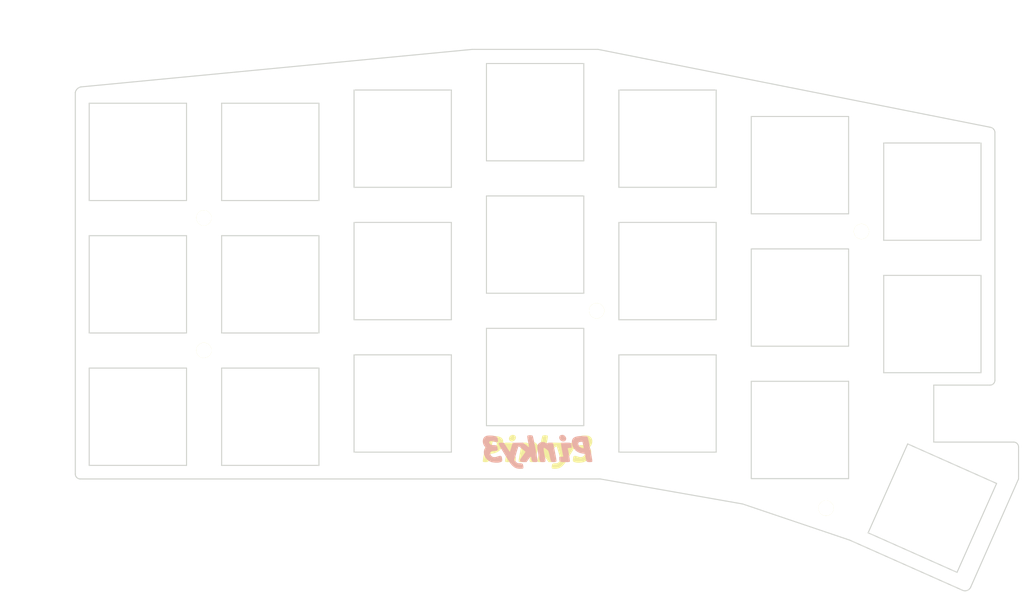
<source format=kicad_pcb>
(kicad_pcb (version 20171130) (host pcbnew "(5.1.4-0-10_14)")

  (general
    (thickness 1.6)
    (drawings 106)
    (tracks 0)
    (zones 0)
    (modules 7)
    (nets 2)
  )

  (page A4)
  (title_block
    (title "Pinky3 Top Plate Design")
    (date 2018-12-23)
    (rev 0.3)
    (company @tamanishi)
  )

  (layers
    (0 F.Cu signal)
    (31 B.Cu signal)
    (32 B.Adhes user)
    (33 F.Adhes user)
    (34 B.Paste user)
    (35 F.Paste user)
    (36 B.SilkS user)
    (37 F.SilkS user)
    (38 B.Mask user)
    (39 F.Mask user)
    (40 Dwgs.User user hide)
    (41 Cmts.User user)
    (42 Eco1.User user)
    (43 Eco2.User user)
    (44 Edge.Cuts user)
    (45 Margin user)
    (46 B.CrtYd user)
    (47 F.CrtYd user)
    (48 B.Fab user)
    (49 F.Fab user)
  )

  (setup
    (last_trace_width 0.25)
    (user_trace_width 0.5)
    (trace_clearance 0.2)
    (zone_clearance 0.508)
    (zone_45_only no)
    (trace_min 0.2)
    (via_size 0.6)
    (via_drill 0.4)
    (via_min_size 0.4)
    (via_min_drill 0.3)
    (uvia_size 0.4)
    (uvia_drill 0.3)
    (uvias_allowed no)
    (uvia_min_size 0.4)
    (uvia_min_drill 0.3)
    (edge_width 0.15)
    (segment_width 0.15)
    (pcb_text_width 0.3)
    (pcb_text_size 1.5 1.5)
    (mod_edge_width 0.15)
    (mod_text_size 1 1)
    (mod_text_width 0.15)
    (pad_size 5 5)
    (pad_drill 4.8)
    (pad_to_mask_clearance 0.2)
    (solder_mask_min_width 0.25)
    (aux_axis_origin 41 54.3)
    (visible_elements FFFFE77F)
    (pcbplotparams
      (layerselection 0x010f0_ffffffff)
      (usegerberextensions false)
      (usegerberattributes false)
      (usegerberadvancedattributes false)
      (creategerberjobfile false)
      (excludeedgelayer true)
      (linewidth 0.100000)
      (plotframeref false)
      (viasonmask false)
      (mode 1)
      (useauxorigin false)
      (hpglpennumber 1)
      (hpglpenspeed 20)
      (hpglpendiameter 15.000000)
      (psnegative false)
      (psa4output false)
      (plotreference true)
      (plotvalue true)
      (plotinvisibletext false)
      (padsonsilk false)
      (subtractmaskfromsilk false)
      (outputformat 1)
      (mirror false)
      (drillshape 0)
      (scaleselection 1)
      (outputdirectory "Gerber/"))
  )

  (net 0 "")
  (net 1 GND)

  (net_class Default "This is the default net class."
    (clearance 0.2)
    (trace_width 0.25)
    (via_dia 0.6)
    (via_drill 0.4)
    (uvia_dia 0.4)
    (uvia_drill 0.3)
  )

  (module lib:pinky3 (layer B.Cu) (tedit 0) (tstamp 5C31D7C6)
    (at 107.5 112.2 180)
    (fp_text reference G*** (at 0 0 180) (layer B.SilkS) hide
      (effects (font (size 1.524 1.524) (thickness 0.3)) (justify mirror))
    )
    (fp_text value LOGO (at 0.75 0 180) (layer B.SilkS) hide
      (effects (font (size 1.524 1.524) (thickness 0.3)) (justify mirror))
    )
    (fp_poly (pts (xy -3.341841 2.400345) (xy -3.202176 2.298987) (xy -3.127329 2.153535) (xy -3.12007 1.983201)
      (xy -3.183166 1.807194) (xy -3.319388 1.644724) (xy -3.418767 1.572744) (xy -3.633118 1.485313)
      (xy -3.826454 1.494863) (xy -3.99011 1.597891) (xy -4.100092 1.76962) (xy -4.114703 1.959412)
      (xy -4.034953 2.153196) (xy -3.94208 2.265681) (xy -3.812069 2.377675) (xy -3.688628 2.427864)
      (xy -3.543554 2.4384) (xy -3.341841 2.400345)) (layer B.SilkS) (width 0.01))
    (fp_poly (pts (xy -0.482306 1.376166) (xy -0.251109 1.26555) (xy -0.172169 1.198329) (xy -0.075296 1.08678)
      (xy -0.010262 0.967467) (xy 0.024198 0.823746) (xy 0.029351 0.638972) (xy 0.006461 0.396503)
      (xy -0.043204 0.079693) (xy -0.074029 -0.091979) (xy -0.148844 -0.49881) (xy -0.209523 -0.81685)
      (xy -0.261481 -1.057009) (xy -0.310131 -1.230198) (xy -0.360888 -1.347327) (xy -0.419165 -1.419306)
      (xy -0.490375 -1.457046) (xy -0.579934 -1.471457) (xy -0.693255 -1.47345) (xy -0.759409 -1.4732)
      (xy -0.913398 -1.470639) (xy -1.02373 -1.454103) (xy -1.09409 -1.410308) (xy -1.128166 -1.325971)
      (xy -1.129645 -1.187809) (xy -1.102212 -0.98254) (xy -1.049556 -0.696879) (xy -1.0187 -0.539004)
      (xy -0.948236 -0.168361) (xy -0.900304 0.114328) (xy -0.87384 0.319932) (xy -0.867779 0.459319)
      (xy -0.881058 0.543358) (xy -0.909087 0.580917) (xy -0.975833 0.570451) (xy -1.092894 0.5098)
      (xy -1.234805 0.416453) (xy -1.376101 0.307901) (xy -1.491319 0.201635) (xy -1.532972 0.1524)
      (xy -1.578727 0.053293) (xy -1.635244 -0.124305) (xy -1.69638 -0.3587) (xy -1.755992 -0.628198)
      (xy -1.760868 -0.652411) (xy -1.815883 -0.90749) (xy -1.871402 -1.129796) (xy -1.921675 -1.298505)
      (xy -1.960953 -1.392798) (xy -1.967769 -1.401711) (xy -2.066486 -1.447558) (xy -2.223891 -1.47126)
      (xy -2.402827 -1.473024) (xy -2.566135 -1.453059) (xy -2.676658 -1.411569) (xy -2.691841 -1.397674)
      (xy -2.70874 -1.355301) (xy -2.712608 -1.275996) (xy -2.701948 -1.148644) (xy -2.675262 -0.962131)
      (xy -2.631054 -0.705344) (xy -2.567825 -0.367168) (xy -2.519044 -0.114974) (xy -2.451037 0.228252)
      (xy -2.386653 0.543121) (xy -2.329192 0.814279) (xy -2.281952 1.026375) (xy -2.248234 1.164053)
      (xy -2.235073 1.2065) (xy -2.199542 1.266794) (xy -2.140313 1.301227) (xy -2.032235 1.316867)
      (xy -1.850156 1.320782) (xy -1.828295 1.3208) (xy -1.623015 1.314638) (xy -1.501292 1.293919)
      (xy -1.445707 1.255297) (xy -1.441504 1.24651) (xy -1.406726 1.199459) (xy -1.340798 1.218533)
      (xy -1.303398 1.240849) (xy -1.030633 1.364649) (xy -0.749541 1.409477) (xy -0.482306 1.376166)) (layer B.SilkS) (width 0.01))
    (fp_poly (pts (xy -3.803067 1.319092) (xy -3.606005 1.312807) (xy -3.479164 1.300209) (xy -3.406871 1.279561)
      (xy -3.373459 1.249125) (xy -3.369948 1.241414) (xy -3.370941 1.172104) (xy -3.389134 1.022005)
      (xy -3.421246 0.809839) (xy -3.463998 0.554332) (xy -3.514109 0.274207) (xy -3.568298 -0.011811)
      (xy -3.623286 -0.284998) (xy -3.675792 -0.526629) (xy -3.691532 -0.59422) (xy -3.698453 -0.657051)
      (xy -3.666784 -0.69255) (xy -3.574863 -0.710891) (xy -3.421135 -0.72122) (xy -3.1242 -0.7366)
      (xy -3.135952 -1.010951) (xy -3.148699 -1.183663) (xy -3.179755 -1.30704) (xy -3.244057 -1.389342)
      (xy -3.356544 -1.438829) (xy -3.532152 -1.463762) (xy -3.785821 -1.4724) (xy -3.971868 -1.4732)
      (xy -4.248147 -1.47131) (xy -4.438776 -1.464425) (xy -4.559656 -1.450722) (xy -4.626689 -1.428376)
      (xy -4.655775 -1.395563) (xy -4.656105 -1.394718) (xy -4.654784 -1.327702) (xy -4.637389 -1.180715)
      (xy -4.607312 -0.973502) (xy -4.567945 -0.725812) (xy -4.52268 -0.45739) (xy -4.47491 -0.187982)
      (xy -4.428027 0.062664) (xy -4.385423 0.274803) (xy -4.35049 0.428688) (xy -4.33188 0.492634)
      (xy -4.358026 0.532466) (xy -4.475594 0.558477) (xy -4.605689 0.568834) (xy -4.9022 0.5842)
      (xy -4.895847 0.842382) (xy -4.888336 1.022499) (xy -4.866081 1.150572) (xy -4.814065 1.235473)
      (xy -4.71727 1.286074) (xy -4.560677 1.311247) (xy -4.329268 1.319865) (xy -4.086019 1.3208)
      (xy -3.803067 1.319092)) (layer B.SilkS) (width 0.01))
    (fp_poly (pts (xy -6.5913 2.284994) (xy -6.110983 2.269062) (xy -5.722103 2.220944) (xy -5.418523 2.136767)
      (xy -5.194105 2.01266) (xy -5.042711 1.844748) (xy -4.958205 1.629159) (xy -4.934447 1.36202)
      (xy -4.940307 1.243212) (xy -5.018676 0.872387) (xy -5.183754 0.53462) (xy -5.422792 0.242224)
      (xy -5.72304 0.007514) (xy -6.071747 -0.157196) (xy -6.456163 -0.239593) (xy -6.477521 -0.241446)
      (xy -6.65989 -0.260435) (xy -6.764446 -0.286602) (xy -6.814962 -0.328939) (xy -6.831395 -0.375318)
      (xy -6.852709 -0.482655) (xy -6.884298 -0.648559) (xy -6.910137 -0.7874) (xy -6.969529 -1.075438)
      (xy -7.026331 -1.273453) (xy -7.084594 -1.392805) (xy -7.144012 -1.443307) (xy -7.240918 -1.461384)
      (xy -7.391471 -1.470825) (xy -7.561029 -1.471826) (xy -7.714948 -1.464585) (xy -7.818584 -1.449302)
      (xy -7.840134 -1.439333) (xy -7.858874 -1.407561) (xy -7.868247 -1.351832) (xy -7.866869 -1.262634)
      (xy -7.853355 -1.130458) (xy -7.826323 -0.945796) (xy -7.784386 -0.699136) (xy -7.726161 -0.380969)
      (xy -7.650265 0.018213) (xy -7.56078 0.479873) (xy -7.547683 0.5461) (xy -6.652477 0.5461)
      (xy -6.613145 0.512686) (xy -6.508113 0.513906) (xy -6.366261 0.547282) (xy -6.284869 0.577653)
      (xy -6.063792 0.718902) (xy -5.915096 0.915512) (xy -5.857968 1.102015) (xy -5.857814 1.264656)
      (xy -5.918809 1.367378) (xy -6.054048 1.422051) (xy -6.230123 1.439375) (xy -6.470535 1.4478)
      (xy -6.560344 1.016) (xy -6.601149 0.816894) (xy -6.632849 0.656685) (xy -6.650483 0.560686)
      (xy -6.652477 0.5461) (xy -7.547683 0.5461) (xy -7.463829 0.97009) (xy -7.382031 1.367162)
      (xy -7.313708 1.678141) (xy -7.257183 1.910078) (xy -7.210778 2.070026) (xy -7.172814 2.165035)
      (xy -7.152828 2.194373) (xy -7.089723 2.239412) (xy -6.995241 2.267111) (xy -6.84687 2.281104)
      (xy -6.622101 2.285023) (xy -6.5913 2.284994)) (layer B.SilkS) (width 0.01))
    (fp_poly (pts (xy 7.095391 2.335455) (xy 7.322971 2.297945) (xy 7.458702 2.249947) (xy 7.677534 2.091276)
      (xy 7.816305 1.871124) (xy 7.872753 1.593364) (xy 7.874 1.540256) (xy 7.840438 1.228346)
      (xy 7.73115 0.960675) (xy 7.595732 0.772264) (xy 7.454467 0.604727) (xy 7.573813 0.47769)
      (xy 7.665574 0.316167) (xy 7.714239 0.091673) (xy 7.718542 -0.166178) (xy 7.677219 -0.427767)
      (xy 7.619767 -0.598882) (xy 7.469266 -0.851437) (xy 7.249832 -1.09677) (xy 6.991659 -1.305382)
      (xy 6.769554 -1.429523) (xy 6.576344 -1.488394) (xy 6.322157 -1.53177) (xy 6.043843 -1.556754)
      (xy 5.778252 -1.560447) (xy 5.562233 -1.539953) (xy 5.5118 -1.528432) (xy 5.300806 -1.466745)
      (xy 5.170761 -1.412185) (xy 5.104405 -1.345852) (xy 5.084475 -1.248844) (xy 5.09371 -1.102264)
      (xy 5.096646 -1.073862) (xy 5.119014 -0.897588) (xy 5.144177 -0.754087) (xy 5.160136 -0.693861)
      (xy 5.245021 -0.602144) (xy 5.397915 -0.577919) (xy 5.610394 -0.62174) (xy 5.708671 -0.657831)
      (xy 6.030305 -0.753372) (xy 6.307441 -0.763219) (xy 6.535341 -0.689001) (xy 6.709271 -0.532345)
      (xy 6.824497 -0.294882) (xy 6.831251 -0.271676) (xy 6.818314 -0.139591) (xy 6.740507 -0.021472)
      (xy 6.657565 0.058853) (xy 6.560631 0.105117) (xy 6.415906 0.129426) (xy 6.294163 0.138387)
      (xy 6.0478 0.153975) (xy 5.88613 0.173473) (xy 5.792468 0.20751) (xy 5.750128 0.266713)
      (xy 5.742427 0.361713) (xy 5.75113 0.484308) (xy 5.784958 0.706754) (xy 5.854179 0.849925)
      (xy 5.976921 0.929695) (xy 6.171308 0.961939) (xy 6.300222 0.9652) (xy 6.510458 0.9732)
      (xy 6.65275 1.00205) (xy 6.759843 1.059024) (xy 6.77527 1.07074) (xy 6.927295 1.217151)
      (xy 6.983266 1.344562) (xy 6.945554 1.459184) (xy 6.930375 1.477426) (xy 6.815768 1.550832)
      (xy 6.646301 1.570057) (xy 6.410726 1.535032) (xy 6.1828 1.472781) (xy 5.956673 1.410925)
      (xy 5.809659 1.396818) (xy 5.727917 1.437186) (xy 5.697608 1.53876) (xy 5.704582 1.705293)
      (xy 5.73099 1.879722) (xy 5.767466 2.025702) (xy 5.787952 2.076732) (xy 5.885852 2.165721)
      (xy 6.061914 2.239489) (xy 6.293518 2.295692) (xy 6.558045 2.331983) (xy 6.832876 2.34602)
      (xy 7.095391 2.335455)) (layer B.SilkS) (width 0.01))
    (fp_poly (pts (xy 1.297541 2.374133) (xy 1.421945 2.335953) (xy 1.46486 2.2987) (xy 1.475768 2.200777)
      (xy 1.457396 2.006142) (xy 1.409811 1.715354) (xy 1.367997 1.4986) (xy 1.316249 1.235911)
      (xy 1.272421 1.003675) (xy 1.240285 0.82263) (xy 1.223614 0.713514) (xy 1.22215 0.696821)
      (xy 1.245353 0.674814) (xy 1.322681 0.709769) (xy 1.460907 0.805793) (xy 1.6637 0.964487)
      (xy 2.1082 1.322732) (xy 2.843123 1.309066) (xy 3.578047 1.2954) (xy 3.76169 0.6858)
      (xy 3.833886 0.44675) (xy 3.896807 0.239532) (xy 3.94393 0.085553) (xy 3.96873 0.00622)
      (xy 3.969352 0.004343) (xy 4.002528 0.019082) (xy 4.078154 0.109977) (xy 4.187706 0.2653)
      (xy 4.322656 0.473321) (xy 4.39401 0.588543) (xy 4.53743 0.820256) (xy 4.665493 1.021312)
      (xy 4.767585 1.175489) (xy 4.833094 1.266564) (xy 4.848424 1.283101) (xy 4.924137 1.30111)
      (xy 5.068545 1.310061) (xy 5.2324 1.308501) (xy 5.41068 1.298646) (xy 5.511294 1.280449)
      (xy 5.558166 1.244171) (xy 5.57522 1.180075) (xy 5.576582 1.1684) (xy 5.560713 1.093036)
      (xy 5.501 0.957093) (xy 5.394716 0.755594) (xy 5.239138 0.483562) (xy 5.031539 0.136018)
      (xy 4.839062 -0.178814) (xy 4.591617 -0.580261) (xy 4.390393 -0.905402) (xy 4.228494 -1.164539)
      (xy 4.099022 -1.367976) (xy 3.995081 -1.526015) (xy 3.909774 -1.648958) (xy 3.836204 -1.747108)
      (xy 3.767474 -1.830768) (xy 3.696687 -1.910241) (xy 3.637007 -1.974458) (xy 3.36149 -2.213134)
      (xy 3.058474 -2.362543) (xy 2.708834 -2.430752) (xy 2.54 -2.437125) (xy 2.345548 -2.431335)
      (xy 2.186439 -2.416326) (xy 2.093958 -2.395195) (xy 2.08894 -2.39247) (xy 2.051825 -2.316694)
      (xy 2.043325 -2.179294) (xy 2.059279 -2.014812) (xy 2.095524 -1.857791) (xy 2.147898 -1.742774)
      (xy 2.170198 -1.718055) (xy 2.271886 -1.678501) (xy 2.447071 -1.655253) (xy 2.578977 -1.651)
      (xy 2.758509 -1.647981) (xy 2.874982 -1.627643) (xy 2.96694 -1.573063) (xy 3.072923 -1.467316)
      (xy 3.123245 -1.412013) (xy 3.33971 -1.173027) (xy 3.056377 -0.178699) (xy 2.948347 0.191445)
      (xy 2.861576 0.468089) (xy 2.794124 0.656648) (xy 2.744046 0.762536) (xy 2.709401 0.79117)
      (xy 2.70855 0.79088) (xy 2.643219 0.750204) (xy 2.523813 0.662831) (xy 2.369195 0.543906)
      (xy 2.198232 0.40857) (xy 2.02979 0.271968) (xy 1.882734 0.149242) (xy 1.77593 0.055534)
      (xy 1.728244 0.005989) (xy 1.727356 0.003302) (xy 1.755633 -0.046114) (xy 1.833037 -0.161576)
      (xy 1.948611 -0.327201) (xy 2.091396 -0.527106) (xy 2.132686 -0.5842) (xy 2.281906 -0.795612)
      (xy 2.406531 -0.982874) (xy 2.495348 -1.128321) (xy 2.537143 -1.214293) (xy 2.53893 -1.224026)
      (xy 2.503169 -1.342308) (xy 2.388077 -1.421295) (xy 2.187437 -1.463723) (xy 1.972491 -1.4732)
      (xy 1.590782 -1.4732) (xy 1.282359 -1.038421) (xy 1.139961 -0.838657) (xy 1.0448 -0.721406)
      (xy 0.982971 -0.688036) (xy 0.940571 -0.739917) (xy 0.903696 -0.878417) (xy 0.863464 -1.079657)
      (xy 0.813788 -1.270709) (xy 0.742058 -1.388353) (xy 0.625399 -1.449634) (xy 0.440936 -1.471598)
      (xy 0.335327 -1.4732) (xy 0.157176 -1.464638) (xy 0.054675 -1.434464) (xy 0.007104 -1.3843)
      (xy 0.005628 -1.315043) (xy 0.022711 -1.160321) (xy 0.055696 -0.934028) (xy 0.101927 -0.650059)
      (xy 0.158746 -0.322309) (xy 0.223497 0.035327) (xy 0.293524 0.408956) (xy 0.366169 0.784681)
      (xy 0.438776 1.148608) (xy 0.508689 1.486843) (xy 0.57325 1.785491) (xy 0.629803 2.030656)
      (xy 0.675692 2.208444) (xy 0.708258 2.304961) (xy 0.714479 2.315352) (xy 0.804984 2.363283)
      (xy 0.955022 2.388554) (xy 1.130554 2.391918) (xy 1.297541 2.374133)) (layer B.SilkS) (width 0.01))
  )

  (module lib:pinky3 (layer F.Cu) (tedit 0) (tstamp 5C31D7D9)
    (at 107.5 112.2)
    (fp_text reference G*** (at 0 0) (layer F.SilkS) hide
      (effects (font (size 1.524 1.524) (thickness 0.3)))
    )
    (fp_text value LOGO (at 0.75 0) (layer F.SilkS) hide
      (effects (font (size 1.524 1.524) (thickness 0.3)))
    )
    (fp_poly (pts (xy -3.341841 -2.400345) (xy -3.202176 -2.298987) (xy -3.127329 -2.153535) (xy -3.12007 -1.983201)
      (xy -3.183166 -1.807194) (xy -3.319388 -1.644724) (xy -3.418767 -1.572744) (xy -3.633118 -1.485313)
      (xy -3.826454 -1.494863) (xy -3.99011 -1.597891) (xy -4.100092 -1.76962) (xy -4.114703 -1.959412)
      (xy -4.034953 -2.153196) (xy -3.94208 -2.265681) (xy -3.812069 -2.377675) (xy -3.688628 -2.427864)
      (xy -3.543554 -2.4384) (xy -3.341841 -2.400345)) (layer F.SilkS) (width 0.01))
    (fp_poly (pts (xy -0.482306 -1.376166) (xy -0.251109 -1.26555) (xy -0.172169 -1.198329) (xy -0.075296 -1.08678)
      (xy -0.010262 -0.967467) (xy 0.024198 -0.823746) (xy 0.029351 -0.638972) (xy 0.006461 -0.396503)
      (xy -0.043204 -0.079693) (xy -0.074029 0.091979) (xy -0.148844 0.49881) (xy -0.209523 0.81685)
      (xy -0.261481 1.057009) (xy -0.310131 1.230198) (xy -0.360888 1.347327) (xy -0.419165 1.419306)
      (xy -0.490375 1.457046) (xy -0.579934 1.471457) (xy -0.693255 1.47345) (xy -0.759409 1.4732)
      (xy -0.913398 1.470639) (xy -1.02373 1.454103) (xy -1.09409 1.410308) (xy -1.128166 1.325971)
      (xy -1.129645 1.187809) (xy -1.102212 0.98254) (xy -1.049556 0.696879) (xy -1.0187 0.539004)
      (xy -0.948236 0.168361) (xy -0.900304 -0.114328) (xy -0.87384 -0.319932) (xy -0.867779 -0.459319)
      (xy -0.881058 -0.543358) (xy -0.909087 -0.580917) (xy -0.975833 -0.570451) (xy -1.092894 -0.5098)
      (xy -1.234805 -0.416453) (xy -1.376101 -0.307901) (xy -1.491319 -0.201635) (xy -1.532972 -0.1524)
      (xy -1.578727 -0.053293) (xy -1.635244 0.124305) (xy -1.69638 0.3587) (xy -1.755992 0.628198)
      (xy -1.760868 0.652411) (xy -1.815883 0.90749) (xy -1.871402 1.129796) (xy -1.921675 1.298505)
      (xy -1.960953 1.392798) (xy -1.967769 1.401711) (xy -2.066486 1.447558) (xy -2.223891 1.47126)
      (xy -2.402827 1.473024) (xy -2.566135 1.453059) (xy -2.676658 1.411569) (xy -2.691841 1.397674)
      (xy -2.70874 1.355301) (xy -2.712608 1.275996) (xy -2.701948 1.148644) (xy -2.675262 0.962131)
      (xy -2.631054 0.705344) (xy -2.567825 0.367168) (xy -2.519044 0.114974) (xy -2.451037 -0.228252)
      (xy -2.386653 -0.543121) (xy -2.329192 -0.814279) (xy -2.281952 -1.026375) (xy -2.248234 -1.164053)
      (xy -2.235073 -1.2065) (xy -2.199542 -1.266794) (xy -2.140313 -1.301227) (xy -2.032235 -1.316867)
      (xy -1.850156 -1.320782) (xy -1.828295 -1.3208) (xy -1.623015 -1.314638) (xy -1.501292 -1.293919)
      (xy -1.445707 -1.255297) (xy -1.441504 -1.24651) (xy -1.406726 -1.199459) (xy -1.340798 -1.218533)
      (xy -1.303398 -1.240849) (xy -1.030633 -1.364649) (xy -0.749541 -1.409477) (xy -0.482306 -1.376166)) (layer F.SilkS) (width 0.01))
    (fp_poly (pts (xy -3.803067 -1.319092) (xy -3.606005 -1.312807) (xy -3.479164 -1.300209) (xy -3.406871 -1.279561)
      (xy -3.373459 -1.249125) (xy -3.369948 -1.241414) (xy -3.370941 -1.172104) (xy -3.389134 -1.022005)
      (xy -3.421246 -0.809839) (xy -3.463998 -0.554332) (xy -3.514109 -0.274207) (xy -3.568298 0.011811)
      (xy -3.623286 0.284998) (xy -3.675792 0.526629) (xy -3.691532 0.59422) (xy -3.698453 0.657051)
      (xy -3.666784 0.69255) (xy -3.574863 0.710891) (xy -3.421135 0.72122) (xy -3.1242 0.7366)
      (xy -3.135952 1.010951) (xy -3.148699 1.183663) (xy -3.179755 1.30704) (xy -3.244057 1.389342)
      (xy -3.356544 1.438829) (xy -3.532152 1.463762) (xy -3.785821 1.4724) (xy -3.971868 1.4732)
      (xy -4.248147 1.47131) (xy -4.438776 1.464425) (xy -4.559656 1.450722) (xy -4.626689 1.428376)
      (xy -4.655775 1.395563) (xy -4.656105 1.394718) (xy -4.654784 1.327702) (xy -4.637389 1.180715)
      (xy -4.607312 0.973502) (xy -4.567945 0.725812) (xy -4.52268 0.45739) (xy -4.47491 0.187982)
      (xy -4.428027 -0.062664) (xy -4.385423 -0.274803) (xy -4.35049 -0.428688) (xy -4.33188 -0.492634)
      (xy -4.358026 -0.532466) (xy -4.475594 -0.558477) (xy -4.605689 -0.568834) (xy -4.9022 -0.5842)
      (xy -4.895847 -0.842382) (xy -4.888336 -1.022499) (xy -4.866081 -1.150572) (xy -4.814065 -1.235473)
      (xy -4.71727 -1.286074) (xy -4.560677 -1.311247) (xy -4.329268 -1.319865) (xy -4.086019 -1.3208)
      (xy -3.803067 -1.319092)) (layer F.SilkS) (width 0.01))
    (fp_poly (pts (xy -6.5913 -2.284994) (xy -6.110983 -2.269062) (xy -5.722103 -2.220944) (xy -5.418523 -2.136767)
      (xy -5.194105 -2.01266) (xy -5.042711 -1.844748) (xy -4.958205 -1.629159) (xy -4.934447 -1.36202)
      (xy -4.940307 -1.243212) (xy -5.018676 -0.872387) (xy -5.183754 -0.53462) (xy -5.422792 -0.242224)
      (xy -5.72304 -0.007514) (xy -6.071747 0.157196) (xy -6.456163 0.239593) (xy -6.477521 0.241446)
      (xy -6.65989 0.260435) (xy -6.764446 0.286602) (xy -6.814962 0.328939) (xy -6.831395 0.375318)
      (xy -6.852709 0.482655) (xy -6.884298 0.648559) (xy -6.910137 0.7874) (xy -6.969529 1.075438)
      (xy -7.026331 1.273453) (xy -7.084594 1.392805) (xy -7.144012 1.443307) (xy -7.240918 1.461384)
      (xy -7.391471 1.470825) (xy -7.561029 1.471826) (xy -7.714948 1.464585) (xy -7.818584 1.449302)
      (xy -7.840134 1.439333) (xy -7.858874 1.407561) (xy -7.868247 1.351832) (xy -7.866869 1.262634)
      (xy -7.853355 1.130458) (xy -7.826323 0.945796) (xy -7.784386 0.699136) (xy -7.726161 0.380969)
      (xy -7.650265 -0.018213) (xy -7.56078 -0.479873) (xy -7.547683 -0.5461) (xy -6.652477 -0.5461)
      (xy -6.613145 -0.512686) (xy -6.508113 -0.513906) (xy -6.366261 -0.547282) (xy -6.284869 -0.577653)
      (xy -6.063792 -0.718902) (xy -5.915096 -0.915512) (xy -5.857968 -1.102015) (xy -5.857814 -1.264656)
      (xy -5.918809 -1.367378) (xy -6.054048 -1.422051) (xy -6.230123 -1.439375) (xy -6.470535 -1.4478)
      (xy -6.560344 -1.016) (xy -6.601149 -0.816894) (xy -6.632849 -0.656685) (xy -6.650483 -0.560686)
      (xy -6.652477 -0.5461) (xy -7.547683 -0.5461) (xy -7.463829 -0.97009) (xy -7.382031 -1.367162)
      (xy -7.313708 -1.678141) (xy -7.257183 -1.910078) (xy -7.210778 -2.070026) (xy -7.172814 -2.165035)
      (xy -7.152828 -2.194373) (xy -7.089723 -2.239412) (xy -6.995241 -2.267111) (xy -6.84687 -2.281104)
      (xy -6.622101 -2.285023) (xy -6.5913 -2.284994)) (layer F.SilkS) (width 0.01))
    (fp_poly (pts (xy 7.095391 -2.335455) (xy 7.322971 -2.297945) (xy 7.458702 -2.249947) (xy 7.677534 -2.091276)
      (xy 7.816305 -1.871124) (xy 7.872753 -1.593364) (xy 7.874 -1.540256) (xy 7.840438 -1.228346)
      (xy 7.73115 -0.960675) (xy 7.595732 -0.772264) (xy 7.454467 -0.604727) (xy 7.573813 -0.47769)
      (xy 7.665574 -0.316167) (xy 7.714239 -0.091673) (xy 7.718542 0.166178) (xy 7.677219 0.427767)
      (xy 7.619767 0.598882) (xy 7.469266 0.851437) (xy 7.249832 1.09677) (xy 6.991659 1.305382)
      (xy 6.769554 1.429523) (xy 6.576344 1.488394) (xy 6.322157 1.53177) (xy 6.043843 1.556754)
      (xy 5.778252 1.560447) (xy 5.562233 1.539953) (xy 5.5118 1.528432) (xy 5.300806 1.466745)
      (xy 5.170761 1.412185) (xy 5.104405 1.345852) (xy 5.084475 1.248844) (xy 5.09371 1.102264)
      (xy 5.096646 1.073862) (xy 5.119014 0.897588) (xy 5.144177 0.754087) (xy 5.160136 0.693861)
      (xy 5.245021 0.602144) (xy 5.397915 0.577919) (xy 5.610394 0.62174) (xy 5.708671 0.657831)
      (xy 6.030305 0.753372) (xy 6.307441 0.763219) (xy 6.535341 0.689001) (xy 6.709271 0.532345)
      (xy 6.824497 0.294882) (xy 6.831251 0.271676) (xy 6.818314 0.139591) (xy 6.740507 0.021472)
      (xy 6.657565 -0.058853) (xy 6.560631 -0.105117) (xy 6.415906 -0.129426) (xy 6.294163 -0.138387)
      (xy 6.0478 -0.153975) (xy 5.88613 -0.173473) (xy 5.792468 -0.20751) (xy 5.750128 -0.266713)
      (xy 5.742427 -0.361713) (xy 5.75113 -0.484308) (xy 5.784958 -0.706754) (xy 5.854179 -0.849925)
      (xy 5.976921 -0.929695) (xy 6.171308 -0.961939) (xy 6.300222 -0.9652) (xy 6.510458 -0.9732)
      (xy 6.65275 -1.00205) (xy 6.759843 -1.059024) (xy 6.77527 -1.07074) (xy 6.927295 -1.217151)
      (xy 6.983266 -1.344562) (xy 6.945554 -1.459184) (xy 6.930375 -1.477426) (xy 6.815768 -1.550832)
      (xy 6.646301 -1.570057) (xy 6.410726 -1.535032) (xy 6.1828 -1.472781) (xy 5.956673 -1.410925)
      (xy 5.809659 -1.396818) (xy 5.727917 -1.437186) (xy 5.697608 -1.53876) (xy 5.704582 -1.705293)
      (xy 5.73099 -1.879722) (xy 5.767466 -2.025702) (xy 5.787952 -2.076732) (xy 5.885852 -2.165721)
      (xy 6.061914 -2.239489) (xy 6.293518 -2.295692) (xy 6.558045 -2.331983) (xy 6.832876 -2.34602)
      (xy 7.095391 -2.335455)) (layer F.SilkS) (width 0.01))
    (fp_poly (pts (xy 1.297541 -2.374133) (xy 1.421945 -2.335953) (xy 1.46486 -2.2987) (xy 1.475768 -2.200777)
      (xy 1.457396 -2.006142) (xy 1.409811 -1.715354) (xy 1.367997 -1.4986) (xy 1.316249 -1.235911)
      (xy 1.272421 -1.003675) (xy 1.240285 -0.82263) (xy 1.223614 -0.713514) (xy 1.22215 -0.696821)
      (xy 1.245353 -0.674814) (xy 1.322681 -0.709769) (xy 1.460907 -0.805793) (xy 1.6637 -0.964487)
      (xy 2.1082 -1.322732) (xy 2.843123 -1.309066) (xy 3.578047 -1.2954) (xy 3.76169 -0.6858)
      (xy 3.833886 -0.44675) (xy 3.896807 -0.239532) (xy 3.94393 -0.085553) (xy 3.96873 -0.00622)
      (xy 3.969352 -0.004343) (xy 4.002528 -0.019082) (xy 4.078154 -0.109977) (xy 4.187706 -0.2653)
      (xy 4.322656 -0.473321) (xy 4.39401 -0.588543) (xy 4.53743 -0.820256) (xy 4.665493 -1.021312)
      (xy 4.767585 -1.175489) (xy 4.833094 -1.266564) (xy 4.848424 -1.283101) (xy 4.924137 -1.30111)
      (xy 5.068545 -1.310061) (xy 5.2324 -1.308501) (xy 5.41068 -1.298646) (xy 5.511294 -1.280449)
      (xy 5.558166 -1.244171) (xy 5.57522 -1.180075) (xy 5.576582 -1.1684) (xy 5.560713 -1.093036)
      (xy 5.501 -0.957093) (xy 5.394716 -0.755594) (xy 5.239138 -0.483562) (xy 5.031539 -0.136018)
      (xy 4.839062 0.178814) (xy 4.591617 0.580261) (xy 4.390393 0.905402) (xy 4.228494 1.164539)
      (xy 4.099022 1.367976) (xy 3.995081 1.526015) (xy 3.909774 1.648958) (xy 3.836204 1.747108)
      (xy 3.767474 1.830768) (xy 3.696687 1.910241) (xy 3.637007 1.974458) (xy 3.36149 2.213134)
      (xy 3.058474 2.362543) (xy 2.708834 2.430752) (xy 2.54 2.437125) (xy 2.345548 2.431335)
      (xy 2.186439 2.416326) (xy 2.093958 2.395195) (xy 2.08894 2.39247) (xy 2.051825 2.316694)
      (xy 2.043325 2.179294) (xy 2.059279 2.014812) (xy 2.095524 1.857791) (xy 2.147898 1.742774)
      (xy 2.170198 1.718055) (xy 2.271886 1.678501) (xy 2.447071 1.655253) (xy 2.578977 1.651)
      (xy 2.758509 1.647981) (xy 2.874982 1.627643) (xy 2.96694 1.573063) (xy 3.072923 1.467316)
      (xy 3.123245 1.412013) (xy 3.33971 1.173027) (xy 3.056377 0.178699) (xy 2.948347 -0.191445)
      (xy 2.861576 -0.468089) (xy 2.794124 -0.656648) (xy 2.744046 -0.762536) (xy 2.709401 -0.79117)
      (xy 2.70855 -0.79088) (xy 2.643219 -0.750204) (xy 2.523813 -0.662831) (xy 2.369195 -0.543906)
      (xy 2.198232 -0.40857) (xy 2.02979 -0.271968) (xy 1.882734 -0.149242) (xy 1.77593 -0.055534)
      (xy 1.728244 -0.005989) (xy 1.727356 -0.003302) (xy 1.755633 0.046114) (xy 1.833037 0.161576)
      (xy 1.948611 0.327201) (xy 2.091396 0.527106) (xy 2.132686 0.5842) (xy 2.281906 0.795612)
      (xy 2.406531 0.982874) (xy 2.495348 1.128321) (xy 2.537143 1.214293) (xy 2.53893 1.224026)
      (xy 2.503169 1.342308) (xy 2.388077 1.421295) (xy 2.187437 1.463723) (xy 1.972491 1.4732)
      (xy 1.590782 1.4732) (xy 1.282359 1.038421) (xy 1.139961 0.838657) (xy 1.0448 0.721406)
      (xy 0.982971 0.688036) (xy 0.940571 0.739917) (xy 0.903696 0.878417) (xy 0.863464 1.079657)
      (xy 0.813788 1.270709) (xy 0.742058 1.388353) (xy 0.625399 1.449634) (xy 0.440936 1.471598)
      (xy 0.335327 1.4732) (xy 0.157176 1.464638) (xy 0.054675 1.434464) (xy 0.007104 1.3843)
      (xy 0.005628 1.315043) (xy 0.022711 1.160321) (xy 0.055696 0.934028) (xy 0.101927 0.650059)
      (xy 0.158746 0.322309) (xy 0.223497 -0.035327) (xy 0.293524 -0.408956) (xy 0.366169 -0.784681)
      (xy 0.438776 -1.148608) (xy 0.508689 -1.486843) (xy 0.57325 -1.785491) (xy 0.629803 -2.030656)
      (xy 0.675692 -2.208444) (xy 0.708258 -2.304961) (xy 0.714479 -2.315352) (xy 0.804984 -2.363283)
      (xy 0.955022 -2.388554) (xy 1.130554 -2.391918) (xy 1.297541 -2.374133)) (layer F.SilkS) (width 0.01))
  )

  (module lib:HOLE_M2 (layer F.Cu) (tedit 5C1EE041) (tstamp 5C0A86C7)
    (at 149 120.3)
    (fp_text reference Ref** (at 0 -2) (layer F.SilkS) hide
      (effects (font (size 0.29972 0.29972) (thickness 0.07493)))
    )
    (fp_text value Val** (at 0 1.75) (layer F.SilkS) hide
      (effects (font (size 0.29972 0.29972) (thickness 0.0762)))
    )
    (pad "" np_thru_hole circle (at 0 0) (size 2.2 2.2) (drill 2.2) (layers *.Cu *.Mask F.SilkS)
      (clearance 0.85))
  )

  (module lib:HOLE_M2 (layer F.Cu) (tedit 5C1EE041) (tstamp 5BDF1C89)
    (at 59.5 97.6)
    (fp_text reference Ref** (at 0 -2) (layer F.SilkS) hide
      (effects (font (size 0.29972 0.29972) (thickness 0.07493)))
    )
    (fp_text value Val** (at 0 1.75) (layer F.SilkS) hide
      (effects (font (size 0.29972 0.29972) (thickness 0.0762)))
    )
    (pad "" np_thru_hole circle (at 0 0) (size 2.2 2.2) (drill 2.2) (layers *.Cu *.Mask F.SilkS)
      (clearance 0.85))
  )

  (module lib:HOLE_M2 (layer F.Cu) (tedit 5C1EE041) (tstamp 5BDF1C99)
    (at 116 91.9)
    (fp_text reference Ref** (at 0 -2) (layer F.SilkS) hide
      (effects (font (size 0.29972 0.29972) (thickness 0.07493)))
    )
    (fp_text value Val** (at 0 1.75) (layer F.SilkS) hide
      (effects (font (size 0.29972 0.29972) (thickness 0.0762)))
    )
    (pad "" np_thru_hole circle (at 0 0) (size 2.2 2.2) (drill 2.2) (layers *.Cu *.Mask F.SilkS)
      (clearance 0.85))
  )

  (module lib:HOLE_M2 (layer F.Cu) (tedit 5C1EE041) (tstamp 5BDF2E30)
    (at 154.1 80.5)
    (fp_text reference Ref** (at 0 -2) (layer F.SilkS) hide
      (effects (font (size 0.29972 0.29972) (thickness 0.07493)))
    )
    (fp_text value Val** (at 0 1.75) (layer F.SilkS) hide
      (effects (font (size 0.29972 0.29972) (thickness 0.0762)))
    )
    (pad "" np_thru_hole circle (at 0 0) (size 2.2 2.2) (drill 2.2) (layers *.Cu *.Mask F.SilkS)
      (clearance 0.85))
  )

  (module lib:HOLE_M2 (layer F.Cu) (tedit 5C1EE041) (tstamp 5C1F4314)
    (at 59.5 78.55)
    (fp_text reference Ref** (at 0 -2) (layer F.SilkS) hide
      (effects (font (size 0.29972 0.29972) (thickness 0.07493)))
    )
    (fp_text value Val** (at 0 1.75) (layer F.SilkS) hide
      (effects (font (size 0.29972 0.29972) (thickness 0.0762)))
    )
    (pad "" np_thru_hole circle (at 0 0) (size 2.2 2.2) (drill 2.2) (layers *.Cu *.Mask F.SilkS)
      (clearance 0.85))
  )

  (gr_line (start 138.25 63.955) (end 152.25 63.955) (layer Edge.Cuts) (width 0.15) (tstamp 5C1F42A1))
  (gr_line (start 100.15 56.335) (end 114.15 56.335) (layer Edge.Cuts) (width 0.15) (tstamp 5C1F429D))
  (dimension 78 (width 0.3) (layer F.CrtYd)
    (gr_text "78.000 mm" (at 35.7 93.3 270) (layer F.CrtYd) (tstamp 5D56567E)
      (effects (font (size 1.5 1.5) (thickness 0.3)))
    )
    (feature1 (pts (xy 41 132.3) (xy 37.213579 132.3)))
    (feature2 (pts (xy 41 54.3) (xy 37.213579 54.3)))
    (crossbar (pts (xy 37.8 54.3) (xy 37.8 132.3)))
    (arrow1a (pts (xy 37.8 132.3) (xy 37.213579 131.173496)))
    (arrow1b (pts (xy 37.8 132.3) (xy 38.386421 131.173496)))
    (arrow2a (pts (xy 37.8 54.3) (xy 37.213579 55.426504)))
    (arrow2b (pts (xy 37.8 54.3) (xy 38.386421 55.426504)))
  )
  (gr_line (start 41.7 116.1) (end 116.5 116.1) (layer Edge.Cuts) (width 0.15) (tstamp 5C1DF843))
  (gr_arc (start 176 111.5) (end 176.7 111.5) (angle -90) (layer Edge.Cuts) (width 0.15) (tstamp 5C1DE371))
  (gr_line (start 176 110.8) (end 164.5 110.8) (layer Edge.Cuts) (width 0.15))
  (gr_line (start 176.7 116.1) (end 176.7 111.5) (layer Edge.Cuts) (width 0.15))
  (gr_line (start 137 119.7) (end 116.5 116.1) (layer Edge.Cuts) (width 0.15))
  (gr_line (start 152.4 124.9) (end 137 119.7) (layer Edge.Cuts) (width 0.15))
  (gr_line (start 152.4 124.9) (end 168.6 132.1) (layer Edge.Cuts) (width 0.15))
  (gr_line (start 171.3 86.815) (end 171.3 100.815) (layer Edge.Cuts) (width 0.15) (tstamp 5C0AF31E))
  (gr_line (start 157.3 86.815) (end 157.3 100.815) (layer Edge.Cuts) (width 0.15))
  (gr_line (start 43 100.15) (end 43 114.15) (layer Edge.Cuts) (width 0.15) (tstamp 5BFA0244))
  (dimension 135.7 (width 0.3) (layer F.CrtYd)
    (gr_text "135.700 mm" (at 108.85 48.3) (layer F.CrtYd)
      (effects (font (size 1.5 1.5) (thickness 0.3)))
    )
    (feature1 (pts (xy 176.7 54.3) (xy 176.7 49.813579)))
    (feature2 (pts (xy 41 54.3) (xy 41 49.813579)))
    (crossbar (pts (xy 41 50.4) (xy 176.7 50.4)))
    (arrow1a (pts (xy 176.7 50.4) (xy 175.573496 50.986421)))
    (arrow1b (pts (xy 176.7 50.4) (xy 175.573496 49.813579)))
    (arrow2a (pts (xy 41 50.4) (xy 42.126504 50.986421)))
    (arrow2b (pts (xy 41 50.4) (xy 42.126504 49.813579)))
  )
  (gr_arc (start 172.6 101.9) (end 172.6 102.6) (angle -90) (layer Edge.Cuts) (width 0.15))
  (gr_line (start 164.5 102.6) (end 172.6 102.6) (layer Edge.Cuts) (width 0.15))
  (gr_line (start 164.5 110.8) (end 164.5 102.6) (layer Edge.Cuts) (width 0.15))
  (gr_arc (start 168.999999 131.300001) (end 168.6 132.1) (angle -90) (layer Edge.Cuts) (width 0.15))
  (gr_line (start 41.8 59.7) (end 98.1 54.3) (layer Edge.Cuts) (width 0.15) (tstamp 5BF131E6))
  (gr_line (start 98.1 54.3) (end 116.2 54.3) (layer Edge.Cuts) (width 0.15) (tstamp 5BF131E5))
  (gr_line (start 116.2 54.3) (end 172.6 65.5) (layer Edge.Cuts) (width 0.15) (tstamp 5BF131E4))
  (gr_line (start 173.3 66.2) (end 173.3 101.9) (layer Edge.Cuts) (width 0.15) (tstamp 5BF131E3))
  (gr_line (start 169.799998 131.7) (end 176.7 116.1) (layer Edge.Cuts) (width 0.15) (tstamp 5BF131E2))
  (gr_arc (start 41.7 115.4) (end 41 115.4) (angle -90) (layer Edge.Cuts) (width 0.15) (tstamp 5BF131E0))
  (gr_arc (start 172.499302 66.299912) (end 173.299302 66.199912) (angle -75.7) (layer Edge.Cuts) (width 0.15) (tstamp 5BF131DE))
  (gr_arc (start 41.999999 60.699999) (end 41.8 59.7) (angle -67.3802232) (layer Edge.Cuts) (width 0.15) (tstamp 5BF131DD))
  (gr_line (start 41 115.4) (end 41 60.5) (layer Edge.Cuts) (width 0.15) (tstamp 5BF131DC))
  (gr_line (start 57 62.05) (end 57 76.05) (layer Edge.Cuts) (width 0.15))
  (gr_line (start 57 100.15) (end 57 114.15) (layer Edge.Cuts) (width 0.15))
  (gr_line (start 62.05 100.15) (end 76.05 100.15) (layer Edge.Cuts) (width 0.15))
  (gr_line (start 43 100.15) (end 57 100.15) (layer Edge.Cuts) (width 0.15))
  (gr_line (start 62.05 100.15) (end 62.05 114.15) (layer Edge.Cuts) (width 0.15))
  (gr_line (start 43 81.1) (end 57 81.1) (layer Edge.Cuts) (width 0.15))
  (gr_line (start 76.05 100.15) (end 76.05 114.15) (layer Edge.Cuts) (width 0.15))
  (gr_line (start 100.15 94.435) (end 100.15 108.435) (layer Edge.Cuts) (width 0.15))
  (gr_line (start 95.1 112.245) (end 81.1 112.245) (layer Edge.Cuts) (width 0.15))
  (gr_line (start 100.15 108.435) (end 114.15 108.435) (layer Edge.Cuts) (width 0.15))
  (gr_line (start 100.15 89.385) (end 114.15 89.385) (layer Edge.Cuts) (width 0.15))
  (gr_line (start 114.15 75.385) (end 114.15 89.385) (layer Edge.Cuts) (width 0.15))
  (gr_line (start 81.1 98.245) (end 95.1 98.245) (layer Edge.Cuts) (width 0.15))
  (gr_line (start 157.3 81.765) (end 171.3 81.765) (layer Edge.Cuts) (width 0.15))
  (gr_line (start 171.3 67.765) (end 171.3 81.765) (layer Edge.Cuts) (width 0.15))
  (gr_line (start 133.2 98.245) (end 133.2 112.245) (layer Edge.Cuts) (width 0.15))
  (gr_line (start 119.2 60.145) (end 119.2 74.145) (layer Edge.Cuts) (width 0.15))
  (gr_line (start 81.1 98.245) (end 81.1 112.245) (layer Edge.Cuts) (width 0.15))
  (gr_line (start 81.1 60.145) (end 95.1 60.145) (layer Edge.Cuts) (width 0.15))
  (gr_line (start 62.05 76.05) (end 62.05 62.05) (layer Edge.Cuts) (width 0.15))
  (gr_line (start 62.05 95.1) (end 76.05 95.1) (layer Edge.Cuts) (width 0.15))
  (gr_line (start 76.05 81.1) (end 76.05 95.1) (layer Edge.Cuts) (width 0.15))
  (gr_line (start 43 114.15) (end 57 114.15) (layer Edge.Cuts) (width 0.15))
  (gr_line (start 138.25 83.005) (end 138.25 97.005) (layer Edge.Cuts) (width 0.15))
  (gr_line (start 95.1 74.145) (end 81.1 74.145) (layer Edge.Cuts) (width 0.15))
  (gr_line (start 95.1 60.145) (end 95.1 74.145) (layer Edge.Cuts) (width 0.15))
  (gr_line (start 138.25 77.955) (end 152.25 77.955) (layer Edge.Cuts) (width 0.15))
  (gr_line (start 152.25 63.955) (end 152.25 77.955) (layer Edge.Cuts) (width 0.15))
  (gr_line (start 119.2 112.245) (end 133.2 112.245) (layer Edge.Cuts) (width 0.15))
  (gr_line (start 100.15 94.435) (end 114.15 94.435) (layer Edge.Cuts) (width 0.15))
  (gr_line (start 114.15 94.435) (end 114.15 108.435) (layer Edge.Cuts) (width 0.15))
  (gr_line (start 157.3 86.815) (end 171.3 86.815) (layer Edge.Cuts) (width 0.15))
  (gr_line (start 119.2 60.145) (end 133.2 60.145) (layer Edge.Cuts) (width 0.15))
  (gr_line (start 81.1 60.145) (end 81.1 74.145) (layer Edge.Cuts) (width 0.15))
  (gr_line (start 43 76.05) (end 57 76.05) (layer Edge.Cuts) (width 0.15))
  (gr_line (start 62.05 76.05) (end 76.05 76.05) (layer Edge.Cuts) (width 0.15))
  (gr_line (start 76.05 62.05) (end 76.05 76.05) (layer Edge.Cuts) (width 0.15))
  (gr_line (start 119.2 79.195) (end 133.2 79.195) (layer Edge.Cuts) (width 0.15))
  (gr_line (start 81.1 79.195) (end 81.1 93.195) (layer Edge.Cuts) (width 0.15))
  (gr_line (start 81.1 79.195) (end 95.1 79.195) (layer Edge.Cuts) (width 0.15))
  (gr_line (start 62.05 81.1) (end 62.05 95.1) (layer Edge.Cuts) (width 0.15))
  (gr_line (start 100.15 70.335) (end 114.15 70.335) (layer Edge.Cuts) (width 0.15))
  (gr_line (start 114.15 56.335) (end 114.15 70.335) (layer Edge.Cuts) (width 0.15))
  (gr_line (start 95.1 98.245) (end 95.1 112.245) (layer Edge.Cuts) (width 0.15))
  (gr_line (start 157.3 67.765) (end 157.3 81.765) (layer Edge.Cuts) (width 0.15))
  (gr_line (start 119.2 98.245) (end 119.2 112.245) (layer Edge.Cuts) (width 0.15))
  (gr_line (start 152.25 83.005) (end 152.25 97.005) (layer Edge.Cuts) (width 0.15))
  (gr_line (start 119.2 74.145) (end 133.2 74.145) (layer Edge.Cuts) (width 0.15))
  (gr_line (start 133.2 60.145) (end 133.2 74.145) (layer Edge.Cuts) (width 0.15))
  (gr_line (start 43 62.05) (end 57 62.05) (layer Edge.Cuts) (width 0.15))
  (gr_line (start 138.25 63.955) (end 138.25 77.955) (layer Edge.Cuts) (width 0.15))
  (gr_line (start 138.25 116.055) (end 152.25 116.055) (layer Edge.Cuts) (width 0.15))
  (gr_line (start 157.3 67.765) (end 171.3 67.765) (layer Edge.Cuts) (width 0.15))
  (gr_line (start 100.15 75.385) (end 100.15 89.385) (layer Edge.Cuts) (width 0.15))
  (gr_line (start 138.25 83.005) (end 152.25 83.005) (layer Edge.Cuts) (width 0.15))
  (gr_line (start 57 95.1) (end 43 95.1) (layer Edge.Cuts) (width 0.15))
  (gr_line (start 119.2 98.245) (end 133.2 98.245) (layer Edge.Cuts) (width 0.15))
  (gr_line (start 173.54 116.75) (end 160.75 111.06) (layer Edge.Cuts) (width 0.15))
  (gr_line (start 138.25 102.055) (end 152.25 102.055) (layer Edge.Cuts) (width 0.15))
  (gr_line (start 100.15 56.335) (end 100.15 70.335) (layer Edge.Cuts) (width 0.15))
  (gr_line (start 57 81.1) (end 57 95.1) (layer Edge.Cuts) (width 0.15))
  (gr_line (start 62.05 81.1) (end 76.05 81.1) (layer Edge.Cuts) (width 0.15))
  (gr_line (start 43 81.1) (end 43 95.1) (layer Edge.Cuts) (width 0.15))
  (gr_line (start 138.25 102.055) (end 138.25 116.055) (layer Edge.Cuts) (width 0.15))
  (gr_line (start 81.1 93.195) (end 95.1 93.195) (layer Edge.Cuts) (width 0.15))
  (gr_line (start 95.1 79.195) (end 95.1 93.195) (layer Edge.Cuts) (width 0.15))
  (gr_line (start 119.2 93.195) (end 133.2 93.195) (layer Edge.Cuts) (width 0.15))
  (gr_line (start 133.2 79.195) (end 133.2 93.195) (layer Edge.Cuts) (width 0.15))
  (gr_line (start 157.3 100.815) (end 171.3 100.815) (layer Edge.Cuts) (width 0.15))
  (gr_line (start 160.75 111.06) (end 155.06 123.85) (layer Edge.Cuts) (width 0.15))
  (gr_line (start 100.15 75.385) (end 114.15 75.385) (layer Edge.Cuts) (width 0.15))
  (gr_line (start 119.2 79.195) (end 119.2 93.195) (layer Edge.Cuts) (width 0.15))
  (gr_line (start 62.05 114.15) (end 76.05 114.15) (layer Edge.Cuts) (width 0.15))
  (gr_line (start 167.85 129.54) (end 173.54 116.75) (layer Edge.Cuts) (width 0.15))
  (gr_line (start 152.25 102.055) (end 152.25 116.055) (layer Edge.Cuts) (width 0.15))
  (gr_line (start 138.25 97.005) (end 152.25 97.005) (layer Edge.Cuts) (width 0.15))
  (gr_line (start 62.05 62.05) (end 76.05 62.05) (layer Edge.Cuts) (width 0.15))
  (gr_line (start 43 62.05) (end 43 76.05) (layer Edge.Cuts) (width 0.15))
  (gr_line (start 155.06 123.85) (end 167.85 129.54) (layer Edge.Cuts) (width 0.15))

  (zone (net 1) (net_name GND) (layer F.Cu) (tstamp 5D565EDB) (hatch edge 0.508)
    (connect_pads (clearance 0.3))
    (min_thickness 0.254)
    (fill yes (arc_segments 16) (thermal_gap 0.508) (thermal_bridge_width 0.508))
    (polygon
      (pts
        (xy 39.5 59.2) (xy 39.5 117.2) (xy 120.7 118) (xy 136.8 121.1) (xy 152.2 126.2)
        (xy 169.6 134.1) (xy 177.5 116.4) (xy 177.5 102) (xy 174.4 102) (xy 174.3 64.7)
        (xy 116.3 53) (xy 98 53)
      )
    )
  )
  (zone (net 1) (net_name GND) (layer B.Cu) (tstamp 5D565ED8) (hatch edge 0.508)
    (connect_pads (clearance 0.3))
    (min_thickness 0.254)
    (fill yes (arc_segments 16) (thermal_gap 0.508) (thermal_bridge_width 0.508))
    (polygon
      (pts
        (xy 39.5 59.1) (xy 39.5 117.2) (xy 120.7 118) (xy 136.8 121.1) (xy 152.2 126.2)
        (xy 169.6 134.1) (xy 177.5 116.3) (xy 177.5 102) (xy 174.4 102) (xy 174.3 64.7)
        (xy 116.3 53) (xy 98 53)
      )
    )
  )
)

</source>
